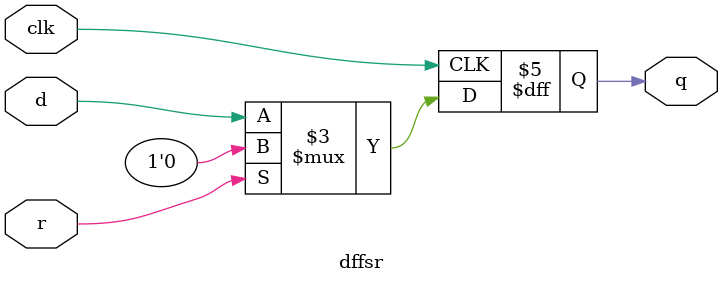
<source format=sv>
module dffsr #(parameter WIDTH=1) (
	input logic [WIDTH-1:0] d,
	output logic [WIDTH-1:0] q,
	input logic clk, r
);

	always_ff @(posedge clk)
		if (r)
			q <= {WIDTH{1'b0}};
		else
			q <= d;

endmodule

</source>
